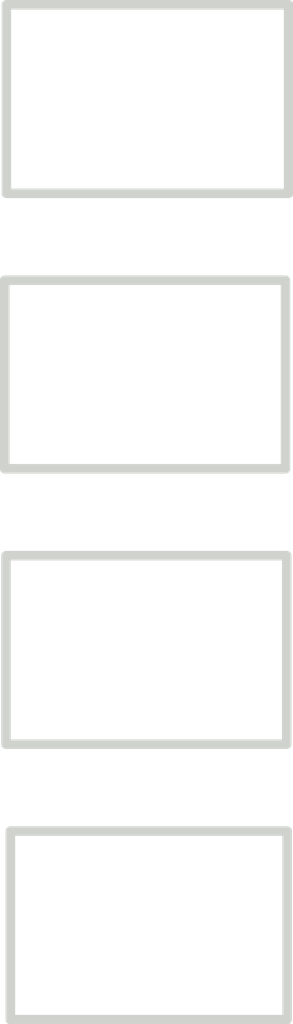
<source format=kicad_pcb>
(kicad_pcb
	(version 20240108)
	(generator "pcbnew")
	(generator_version "8.0")
	(general
		(thickness 1.6)
		(legacy_teardrops no)
	)
	(paper "A4")
	(layers
		(0 "F.Cu" signal)
		(31 "B.Cu" signal)
		(32 "B.Adhes" user "B.Adhesive")
		(33 "F.Adhes" user "F.Adhesive")
		(34 "B.Paste" user)
		(35 "F.Paste" user)
		(36 "B.SilkS" user "B.Silkscreen")
		(37 "F.SilkS" user "F.Silkscreen")
		(38 "B.Mask" user)
		(39 "F.Mask" user)
		(40 "Dwgs.User" user "User.Drawings")
		(41 "Cmts.User" user "User.Comments")
		(42 "Eco1.User" user "User.Eco1")
		(43 "Eco2.User" user "User.Eco2")
		(44 "Edge.Cuts" user)
		(45 "Margin" user)
		(46 "B.CrtYd" user "B.Courtyard")
		(47 "F.CrtYd" user "F.Courtyard")
		(48 "B.Fab" user)
		(49 "F.Fab" user)
		(50 "User.1" user)
		(51 "User.2" user)
		(52 "User.3" user)
		(53 "User.4" user)
		(54 "User.5" user)
		(55 "User.6" user)
		(56 "User.7" user)
		(57 "User.8" user)
		(58 "User.9" user)
	)
	(setup
		(pad_to_mask_clearance 0)
		(allow_soldermask_bridges_in_footprints no)
		(pcbplotparams
			(layerselection 0x0001000_7ffffffe)
			(plot_on_all_layers_selection 0x0000000_00000000)
			(disableapertmacros no)
			(usegerberextensions no)
			(usegerberattributes yes)
			(usegerberadvancedattributes yes)
			(creategerberjobfile yes)
			(dashed_line_dash_ratio 12.000000)
			(dashed_line_gap_ratio 3.000000)
			(svgprecision 4)
			(plotframeref no)
			(viasonmask no)
			(mode 1)
			(useauxorigin no)
			(hpglpennumber 1)
			(hpglpenspeed 20)
			(hpglpendiameter 15.000000)
			(pdf_front_fp_property_popups yes)
			(pdf_back_fp_property_popups yes)
			(dxfpolygonmode yes)
			(dxfimperialunits yes)
			(dxfusepcbnewfont yes)
			(psnegative no)
			(psa4output no)
			(plotreference yes)
			(plotvalue yes)
			(plotfptext yes)
			(plotinvisibletext no)
			(sketchpadsonfab no)
			(subtractmaskfromsilk no)
			(outputformat 1)
			(mirror no)
			(drillshape 0)
			(scaleselection 1)
			(outputdirectory "../../../../../../../Honeycomb/")
		)
	)
	(net 0 "")
	(gr_line
		(start 26.339885 185.011483)
		(end 16.045106 185.011483)
		(stroke
			(width 0.35)
			(type default)
		)
		(layer "Edge.Cuts")
		(uuid "13c9005e-4027-4d60-b732-26235ce6340a")
	)
	(gr_line
		(start 16.204961 188.195747)
		(end 26.354961 188.195747)
		(stroke
			(width 0.35)
			(type default)
		)
		(layer "Edge.Cuts")
		(uuid "1b69ab2c-92d0-4d77-9eb4-64a63efbe221")
	)
	(gr_line
		(start 26.409978 157.902126)
		(end 26.409978 164.815736)
		(stroke
			(width 0.35)
			(type default)
		)
		(layer "Edge.Cuts")
		(uuid "1d26ed2f-def1-4847-a4a3-0795e9674351")
	)
	(gr_line
		(start 16.204961 195.109356)
		(end 16.204961 188.195747)
		(stroke
			(width 0.35)
			(type default)
		)
		(layer "Edge.Cuts")
		(uuid "236f5567-deb3-4788-b585-7756c98dad94")
	)
	(gr_line
		(start 16 174.913609)
		(end 16 168)
		(stroke
			(width 0.35)
			(type default)
		)
		(layer "Edge.Cuts")
		(uuid "39bf301a-b3e9-4caf-8a89-ea1496eb799e")
	)
	(gr_line
		(start 26.295024 168)
		(end 26.295024 174.913609)
		(stroke
			(width 0.35)
			(type default)
		)
		(layer "Edge.Cuts")
		(uuid "429c1abe-d57b-4d90-86f2-0ae74d93d000")
	)
	(gr_line
		(start 26.354961 188.195747)
		(end 26.354961 195.109356)
		(stroke
			(width 0.35)
			(type default)
		)
		(layer "Edge.Cuts")
		(uuid "4ddc3f97-6646-4815-8bf7-e147a93d38f2")
	)
	(gr_line
		(start 16 168)
		(end 26.295024 168)
		(stroke
			(width 0.35)
			(type default)
		)
		(layer "Edge.Cuts")
		(uuid "5044b534-a967-4aa5-9010-230aec070f41")
	)
	(gr_line
		(start 26.354961 195.109356)
		(end 16.204961 195.109356)
		(stroke
			(width 0.35)
			(type default)
		)
		(layer "Edge.Cuts")
		(uuid "6513b458-f04e-43bc-a22c-f63f10415c67")
	)
	(gr_line
		(start 26.409978 164.815736)
		(end 16.059978 164.815736)
		(stroke
			(width 0.35)
			(type default)
		)
		(layer "Edge.Cuts")
		(uuid "7eb294d4-cc10-4beb-8e75-c8e2c4ad5778")
	)
	(gr_line
		(start 16.059978 157.902126)
		(end 26.409978 157.902126)
		(stroke
			(width 0.35)
			(type default)
		)
		(layer "Edge.Cuts")
		(uuid "980c3945-1076-4e10-93e5-4b178047b66b")
	)
	(gr_line
		(start 16.045106 185.011483)
		(end 16.045106 178.097873)
		(stroke
			(width 0.35)
			(type default)
		)
		(layer "Edge.Cuts")
		(uuid "b5e1954c-a78c-4175-9b7f-ea5162a7c364")
	)
	(gr_line
		(start 16.059978 164.815736)
		(end 16.059978 157.902126)
		(stroke
			(width 0.35)
			(type default)
		)
		(layer "Edge.Cuts")
		(uuid "c2d33eb1-90dd-4414-922c-ea37cf33cc82")
	)
	(gr_line
		(start 26.295024 174.913609)
		(end 16 174.913609)
		(stroke
			(width 0.35)
			(type default)
		)
		(layer "Edge.Cuts")
		(uuid "cc26993d-7e3b-44a0-9a4d-170e83228270")
	)
	(gr_line
		(start 26.339885 178.097873)
		(end 26.339885 185.011483)
		(stroke
			(width 0.35)
			(type default)
		)
		(layer "Edge.Cuts")
		(uuid "e4aa9025-42b8-4d39-9e17-af4c92332c34")
	)
	(gr_line
		(start 16.045106 178.097873)
		(end 26.339885 178.097873)
		(stroke
			(width 0.35)
			(type default)
		)
		(layer "Edge.Cuts")
		(uuid "ecbf2d3c-4f47-40ea-879e-195882e9255a")
	)
	(group ""
		(uuid "d3c5c766-9253-400d-9571-f748156d4f11")
		(members "13c9005e-4027-4d60-b732-26235ce6340a" "1b69ab2c-92d0-4d77-9eb4-64a63efbe221"
			"1d26ed2f-def1-4847-a4a3-0795e9674351" "236f5567-deb3-4788-b585-7756c98dad94"
			"39bf301a-b3e9-4caf-8a89-ea1496eb799e" "429c1abe-d57b-4d90-86f2-0ae74d93d000"
			"4ddc3f97-6646-4815-8bf7-e147a93d38f2" "5044b534-a967-4aa5-9010-230aec070f41"
			"6513b458-f04e-43bc-a22c-f63f10415c67" "7eb294d4-cc10-4beb-8e75-c8e2c4ad5778"
			"980c3945-1076-4e10-93e5-4b178047b66b" "b5e1954c-a78c-4175-9b7f-ea5162a7c364"
			"c2d33eb1-90dd-4414-922c-ea37cf33cc82" "cc26993d-7e3b-44a0-9a4d-170e83228270"
			"e4aa9025-42b8-4d39-9e17-af4c92332c34" "ecbf2d3c-4f47-40ea-879e-195882e9255a"
		)
	)
)
</source>
